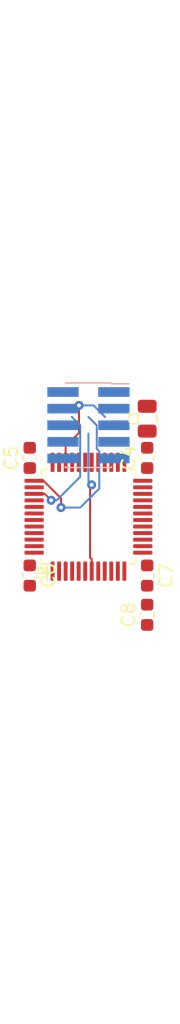
<source format=kicad_pcb>
(kicad_pcb (version 20240108) (generator "pcbnew") (generator_version "8.0")
  (layers (0 "F.Cu" signal "Front") (31 "B.Cu" signal "Back") (34 "B.Paste" user) (35 "F.Paste" user) (36 "B.SilkS" user "B.Silkscreen") (37 "F.SilkS" user "F.Silkscreen") (38 "B.Mask" user) (39 "F.Mask" user) (44 "Edge.Cuts" user))
  (net 0 "")
  (net 1 "usb.gnd")
  (net 2 "reg.pwr_out")
  (net 3 "led.signal")
  (net 4 "mcu.ic.osc.xtal_out")
  (net 5 "mcu.reset_node")
  (net 6 "mcu.ic.osc.xtal_in")
  (net 7 "mcu.swd.tdi")
  (net 8 "mcu.swd_node.swdio")
  (net 9 "mcu.swd_node.swclk")
  (net 10 "mcu.swd.swo")
  (footprint "Capacitor_SMD:C_0603_1608Metric" (layer "F.Cu") (at 139.3745 47.09885 90)
    (property "Reference" "C8" (at 0 -1.43 90) (layer "F.SilkS"))
    (property "Value" "50V 1uF X5R ±10% 0603 Multilayer Ceramic Capacitors MLCC - SMD/SMT ROHS")
    (fp_line (start -0.14058 -0.51) (end 0.14058 -0.51) (stroke (width 0.12)) (layer "F.SilkS"))
    (fp_line (start -0.14058 0.51) (end 0.14058 0.51) (stroke (width 0.12)) (layer "F.SilkS"))
    (pad "1" smd roundrect (at -0.775 0 90) (size 0.9 0.95) (layers "F.Cu" "F.Paste" "F.Mask") (net 2 "reg.pwr_out"))
    (pad "2" smd roundrect (at 0.775 0 90) (size 0.9 0.95) (layers "F.Cu" "F.Paste" "F.Mask") (net 1 "usb.gnd"))
  )
  (footprint "Capacitor_SMD:C_0603_1608Metric" (layer "F.Cu") (at 130.3745 44.09885 -90)
    (property "Reference" "C6" (at 0 -1.43 90) (layer "F.SilkS"))
    (property "Value" "50V 100nF X7R ±10% 0603 Multilayer Ceramic Capacitors MLCC - SMD/SMT ROHS")
    (fp_line (start -0.14058 0.51) (end 0.14058 0.51) (stroke (width 0.12)) (layer "F.SilkS"))
    (fp_line (start -0.14058 -0.51) (end 0.14058 -0.51) (stroke (width 0.12)) (layer "F.SilkS"))
    (pad "1" smd roundrect (at -0.775 0 270) (size 0.9 0.95) (layers "F.Cu" "F.Paste" "F.Mask") (net 2 "reg.pwr_out"))
    (pad "2" smd roundrect (at 0.775 0 270) (size 0.9 0.95) (layers "F.Cu" "F.Paste" "F.Mask") (net 1 "usb.gnd"))
  )
  (footprint "Capacitor_SMD:C_0805_2012Metric" (layer "F.Cu") (at 139.3745 32.09885 90)
    (property "Reference" "C3" (at 0 -1 90) (layer "F.SilkS") (effects (font (size 0.7 0.5) (thickness 0.1))))
    (property "Value" "25V 4.7uF X5R ±10% 0805 Multilayer Ceramic Capacitors MLCC - SMD/SMT ROHS")
    (fp_line (start -0.261252 -0.735) (end 0.261252 -0.735) (stroke (width 0.12)) (layer "F.SilkS"))
    (fp_line (start -0.261252 0.735) (end 0.261252 0.735) (stroke (width 0.12)) (layer "F.SilkS"))
    (pad "1" smd roundrect (at -0.95 0 90) (size 1 1.45) (layers "F.Cu" "F.Paste" "F.Mask") (net 2 "reg.pwr_out"))
    (pad "2" smd roundrect (at 0.95 0 90) (size 1 1.45) (layers "F.Cu" "F.Paste" "F.Mask") (net 1 "usb.gnd"))
  )
  (footprint "Package_QFP:LQFP-48_7x7mm_P0.5mm" (layer "F.Cu") (at 134.8745 39.59885 90)
    (property "Reference" "U2" (at -4.25 -3.5 90) (layer "F.SilkS") (effects (font (size 0.7 0.5) (thickness 0.1))))
    (property "Value" "STM32F103xxT6")
    (fp_line (start 3.61 -3.61) (end 3.61 -3.16) (stroke (width 0.12)) (layer "F.SilkS"))
    (fp_line (start 3.16 -3.61) (end 3.61 -3.61) (stroke (width 0.12)) (layer "F.SilkS"))
    (fp_line (start -3.16 -3.61) (end -3.61 -3.61) (stroke (width 0.12)) (layer "F.SilkS"))
    (fp_line (start -3.61 -3.61) (end -3.61 -3.16) (stroke (width 0.12)) (layer "F.SilkS"))
    (fp_line (start -3.61 -3.16) (end -4.9 -3.16) (stroke (width 0.12)) (layer "F.SilkS"))
    (fp_line (start 3.61 3.61) (end 3.61 3.16) (stroke (width 0.12)) (layer "F.SilkS"))
    (fp_line (start 3.16 3.61) (end 3.61 3.61) (stroke (width 0.12)) (layer "F.SilkS"))
    (fp_line (start -3.16 3.61) (end -3.61 3.61) (stroke (width 0.12)) (layer "F.SilkS"))
    (fp_line (start -3.61 3.61) (end -3.61 3.16) (stroke (width 0.12)) (layer "F.SilkS"))
    (pad "1" smd roundrect (at -4.1625 -2.75 90) (size 1.475 0.3) (layers "F.Cu" "F.Paste" "F.Mask") (net 2 "reg.pwr_out"))
    (pad "2" smd roundrect (at -4.1625 -2.25 90) (size 1.475 0.3) (layers "F.Cu" "F.Paste" "F.Mask"))
    (pad "3" smd roundrect (at -4.1625 -1.75 90) (size 1.475 0.3) (layers "F.Cu" "F.Paste" "F.Mask"))
    (pad "4" smd roundrect (at -4.1625 -1.25 90) (size 1.475 0.3) (layers "F.Cu" "F.Paste" "F.Mask"))
    (pad "5" smd roundrect (at -4.1625 -0.75 90) (size 1.475 0.3) (layers "F.Cu" "F.Paste" "F.Mask") (net 6 "mcu.ic.osc.xtal_in"))
    (pad "6" smd roundrect (at -4.1625 -0.25 90) (size 1.475 0.3) (layers "F.Cu" "F.Paste" "F.Mask") (net 4 "mcu.ic.osc.xtal_out"))
    (pad "7" smd roundrect (at -4.1625 0.25 90) (size 1.475 0.3) (layers "F.Cu" "F.Paste" "F.Mask") (net 5 "mcu.reset_node"))
    (pad "8" smd roundrect (at -4.1625 0.75 90) (size 1.475 0.3) (layers "F.Cu" "F.Paste" "F.Mask") (net 1 "usb.gnd"))
    (pad "9" smd roundrect (at -4.1625 1.25 90) (size 1.475 0.3) (layers "F.Cu" "F.Paste" "F.Mask") (net 2 "reg.pwr_out"))
    (pad "10" smd roundrect (at -4.1625 1.75 90) (size 1.475 0.3) (layers "F.Cu" "F.Paste" "F.Mask") (net 3 "led.signal"))
    (pad "11" smd roundrect (at -4.1625 2.25 90) (size 1.475 0.3) (layers "F.Cu" "F.Paste" "F.Mask"))
    (pad "12" smd roundrect (at -4.1625 2.75 90) (size 1.475 0.3) (layers "F.Cu" "F.Paste" "F.Mask"))
    (pad "13" smd roundrect (at -2.75 4.1625 90) (size 0.3 1.475) (layers "F.Cu" "F.Paste" "F.Mask"))
    (pad "14" smd roundrect (at -2.25 4.1625 90) (size 0.3 1.475) (layers "F.Cu" "F.Paste" "F.Mask"))
    (pad "15" smd roundrect (at -1.75 4.1625 90) (size 0.3 1.475) (layers "F.Cu" "F.Paste" "F.Mask"))
    (pad "16" smd roundrect (at -1.25 4.1625 90) (size 0.3 1.475) (layers "F.Cu" "F.Paste" "F.Mask"))
    (pad "17" smd roundrect (at -0.75 4.1625 90) (size 0.3 1.475) (layers "F.Cu" "F.Paste" "F.Mask"))
    (pad "18" smd roundrect (at -0.25 4.1625 90) (size 0.3 1.475) (layers "F.Cu" "F.Paste" "F.Mask"))
    (pad "19" smd roundrect (at 0.25 4.1625 90) (size 0.3 1.475) (layers "F.Cu" "F.Paste" "F.Mask"))
    (pad "20" smd roundrect (at 0.75 4.1625 90) (size 0.3 1.475) (layers "F.Cu" "F.Paste" "F.Mask"))
    (pad "21" smd roundrect (at 1.25 4.1625 90) (size 0.3 1.475) (layers "F.Cu" "F.Paste" "F.Mask"))
    (pad "22" smd roundrect (at 1.75 4.1625 90) (size 0.3 1.475) (layers "F.Cu" "F.Paste" "F.Mask"))
    (pad "23" smd roundrect (at 2.25 4.1625 90) (size 0.3 1.475) (layers "F.Cu" "F.Paste" "F.Mask") (net 1 "usb.gnd"))
    (pad "24" smd roundrect (at 2.75 4.1625 90) (size 0.3 1.475) (layers "F.Cu" "F.Paste" "F.Mask") (net 2 "reg.pwr_out"))
    (pad "25" smd roundrect (at 4.1625 2.75 90) (size 1.475 0.3) (layers "F.Cu" "F.Paste" "F.Mask"))
    (pad "26" smd roundrect (at 4.1625 2.25 90) (size 1.475 0.3) (layers "F.Cu" "F.Paste" "F.Mask"))
    (pad "27" smd roundrect (at 4.1625 1.75 90) (size 1.475 0.3) (layers "F.Cu" "F.Paste" "F.Mask"))
    (pad "28" smd roundrect (at 4.1625 1.25 90) (size 1.475 0.3) (layers "F.Cu" "F.Paste" "F.Mask"))
    (pad "29" smd roundrect (at 4.1625 0.75 90) (size 1.475 0.3) (layers "F.Cu" "F.Paste" "F.Mask"))
    (pad "30" smd roundrect (at 4.1625 0.25 90) (size 1.475 0.3) (layers "F.Cu" "F.Paste" "F.Mask"))
    (pad "31" smd roundrect (at 4.1625 -0.25 90) (size 1.475 0.3) (layers "F.Cu" "F.Paste" "F.Mask"))
    (pad "32" smd roundrect (at 4.1625 -0.75 90) (size 1.475 0.3) (layers "F.Cu" "F.Paste" "F.Mask"))
    (pad "33" smd roundrect (at 4.1625 -1.25 90) (size 1.475 0.3) (layers "F.Cu" "F.Paste" "F.Mask"))
    (pad "34" smd roundrect (at 4.1625 -1.75 90) (size 1.475 0.3) (layers "F.Cu" "F.Paste" "F.Mask") (net 8 "mcu.swd_node.swdio"))
    (pad "35" smd roundrect (at 4.1625 -2.25 90) (size 1.475 0.3) (layers "F.Cu" "F.Paste" "F.Mask") (net 1 "usb.gnd"))
    (pad "36" smd roundrect (at 4.1625 -2.75 90) (size 1.475 0.3) (layers "F.Cu" "F.Paste" "F.Mask") (net 2 "reg.pwr_out"))
    (pad "37" smd roundrect (at 2.75 -4.1625 90) (size 0.3 1.475) (layers "F.Cu" "F.Paste" "F.Mask") (net 9 "mcu.swd_node.swclk"))
    (pad "38" smd roundrect (at 2.25 -4.1625 90) (size 0.3 1.475) (layers "F.Cu" "F.Paste" "F.Mask"))
    (pad "39" smd roundrect (at 1.75 -4.1625 90) (size 0.3 1.475) (layers "F.Cu" "F.Paste" "F.Mask"))
    (pad "40" smd roundrect (at 1.25 -4.1625 90) (size 0.3 1.475) (layers "F.Cu" "F.Paste" "F.Mask"))
    (pad "41" smd roundrect (at 0.75 -4.1625 90) (size 0.3 1.475) (layers "F.Cu" "F.Paste" "F.Mask"))
    (pad "42" smd roundrect (at 0.25 -4.1625 90) (size 0.3 1.475) (layers "F.Cu" "F.Paste" "F.Mask"))
    (pad "43" smd roundrect (at -0.25 -4.1625 90) (size 0.3 1.475) (layers "F.Cu" "F.Paste" "F.Mask"))
    (pad "44" smd roundrect (at -0.75 -4.1625 90) (size 0.3 1.475) (layers "F.Cu" "F.Paste" "F.Mask") (net 1 "usb.gnd"))
    (pad "45" smd roundrect (at -1.25 -4.1625 90) (size 0.3 1.475) (layers "F.Cu" "F.Paste" "F.Mask"))
    (pad "46" smd roundrect (at -1.75 -4.1625 90) (size 0.3 1.475) (layers "F.Cu" "F.Paste" "F.Mask"))
    (pad "47" smd roundrect (at -2.25 -4.1625 90) (size 0.3 1.475) (layers "F.Cu" "F.Paste" "F.Mask") (net 1 "usb.gnd"))
    (pad "48" smd roundrect (at -2.75 -4.1625 90) (size 0.3 1.475) (layers "F.Cu" "F.Paste" "F.Mask") (net 2 "reg.pwr_out"))
  )
  (footprint "Capacitor_SMD:C_0603_1608Metric" (layer "F.Cu") (at 130.3745 35.09885 90)
    (property "Reference" "C5" (at 0 -1.43 90) (layer "F.SilkS"))
    (property "Value" "50V 100nF X7R ±10% 0603 Multilayer Ceramic Capacitors MLCC - SMD/SMT ROHS")
    (fp_line (start -0.14058 -0.51) (end 0.14058 -0.51) (stroke (width 0.12)) (layer "F.SilkS"))
    (fp_line (start -0.14058 0.51) (end 0.14058 0.51) (stroke (width 0.12)) (layer "F.SilkS"))
    (pad "1" smd roundrect (at -0.775 0 90) (size 0.9 0.95) (layers "F.Cu" "F.Paste" "F.Mask") (net 2 "reg.pwr_out"))
    (pad "2" smd roundrect (at 0.775 0 90) (size 0.9 0.95) (layers "F.Cu" "F.Paste" "F.Mask") (net 1 "usb.gnd"))
  )
  (footprint "Capacitor_SMD:C_0603_1608Metric" (layer "F.Cu") (at 139.3745 44.09885 -90)
    (property "Reference" "C7" (at 0 -1.43 90) (layer "F.SilkS"))
    (property "Value" "50V 10nF X7R ±10% 0603 Multilayer Ceramic Capacitors MLCC - SMD/SMT ROHS")
    (fp_line (start -0.14058 0.51) (end 0.14058 0.51) (stroke (width 0.12)) (layer "F.SilkS"))
    (fp_line (start -0.14058 -0.51) (end 0.14058 -0.51) (stroke (width 0.12)) (layer "F.SilkS"))
    (pad "1" smd roundrect (at -0.775 0 270) (size 0.9 0.95) (layers "F.Cu" "F.Paste" "F.Mask") (net 2 "reg.pwr_out"))
    (pad "2" smd roundrect (at 0.775 0 270) (size 0.9 0.95) (layers "F.Cu" "F.Paste" "F.Mask") (net 1 "usb.gnd"))
  )
  (footprint "Capacitor_SMD:C_0603_1608Metric" (layer "F.Cu") (at 139.3745 35.09885 90)
    (property "Reference" "C4" (at 0 -1.43 90) (layer "F.SilkS"))
    (property "Value" "50V 100nF X7R ±10% 0603 Multilayer Ceramic Capacitors MLCC - SMD/SMT ROHS")
    (fp_line (start -0.14058 -0.51) (end 0.14058 -0.51) (stroke (width 0.12)) (layer "F.SilkS"))
    (fp_line (start -0.14058 0.51) (end 0.14058 0.51) (stroke (width 0.12)) (layer "F.SilkS"))
    (pad "1" smd roundrect (at -0.775 0 90) (size 0.9 0.95) (layers "F.Cu" "F.Paste" "F.Mask") (net 2 "reg.pwr_out"))
    (pad "2" smd roundrect (at 0.775 0 90) (size 0.9 0.95) (layers "F.Cu" "F.Paste" "F.Mask") (net 1 "usb.gnd"))
  )
  (footprint "Connector_PinHeader_1.27mm:PinHeader_2x05_P1.27mm_Vertical_SMD" (layer "B.Cu") (at 134.8745 32.59885 180)
    (property "Reference" "J2" (hide yes))
    (property "Value" "PinHeader1.27 Shrouded 2x5")
    (fp_line (start 1.765 3.235) (end -1.765 3.235) (stroke (width 0.12)) (layer "B.SilkS"))
    (fp_line (start 1.765 3.17) (end 1.765 3.235) (stroke (width 0.12)) (layer "B.SilkS"))
    (fp_line (start 1.765 -3.235) (end 1.765 -3.17) (stroke (width 0.12)) (layer "B.SilkS"))
    (fp_line (start 1.765 -3.235) (end -1.765 -3.235) (stroke (width 0.12)) (layer "B.SilkS"))
    (fp_line (start -1.765 3.17) (end -1.765 3.235) (stroke (width 0.12)) (layer "B.SilkS"))
    (fp_line (start -1.765 3.17) (end -3.09 3.17) (stroke (width 0.12)) (layer "B.SilkS"))
    (fp_line (start -1.765 -3.235) (end -1.765 -3.17) (stroke (width 0.12)) (layer "B.SilkS"))
    (pad "1" smd rect (at -1.95 2.54 180) (size 2.4 0.74) (layers "B.Cu" "B.Paste" "B.Mask") (net 2 "reg.pwr_out"))
    (pad "2" smd rect (at 1.95 2.54 180) (size 2.4 0.74) (layers "B.Cu" "B.Paste" "B.Mask") (net 8 "mcu.swd_node.swdio"))
    (pad "3" smd rect (at -1.95 1.27 180) (size 2.4 0.74) (layers "B.Cu" "B.Paste" "B.Mask") (net 1 "usb.gnd"))
    (pad "4" smd rect (at 1.95 1.27 180) (size 2.4 0.74) (layers "B.Cu" "B.Paste" "B.Mask") (net 9 "mcu.swd_node.swclk"))
    (pad "5" smd rect (at -1.95 0 180) (size 2.4 0.74) (layers "B.Cu" "B.Paste" "B.Mask") (net 1 "usb.gnd"))
    (pad "6" smd rect (at 1.95 0 180) (size 2.4 0.74) (layers "B.Cu" "B.Paste" "B.Mask") (net 10 "mcu.swd.swo"))
    (pad "7" smd rect (at -1.95 -1.27 180) (size 2.4 0.74) (layers "B.Cu" "B.Paste" "B.Mask"))
    (pad "8" smd rect (at 1.95 -1.27 180) (size 2.4 0.74) (layers "B.Cu" "B.Paste" "B.Mask") (net 7 "mcu.swd.tdi"))
    (pad "9" smd rect (at -1.95 -2.54 180) (size 2.4 0.74) (layers "B.Cu" "B.Paste" "B.Mask") (net 1 "usb.gnd"))
    (pad "10" smd rect (at 1.95 -2.54 180) (size 2.4 0.74) (layers "B.Cu" "B.Paste" "B.Mask") (net 5 "mcu.reset_node"))
  )
  (segment (start 135.1245 42.84885) (end 135.1245 43.76135) (width 0.15) (layer "F.Cu") (net 5))
  (segment (start 135 42.72435) (end 135.1245 42.84885) (width 0.15) (layer "F.Cu") (net 5))
  (segment (start 135.1182 37.15745) (end 135 37.27565) (width 0.15) (layer "F.Cu") (net 5))
  (segment (start 135 37.27565) (end 135 42.72435) (width 0.15) (layer "F.Cu") (net 5))
  (via (at 135.1182 37.15745) (size 0.7) (drill 0.3) (layers "F.Cu" "B.Cu") (net 5))
  (segment (start 135.1182 37.15745) (end 134.8745 36.91375) (width 0.15) (layer "B.Cu") (net 5))
  (segment (start 134.8745 36.91375) (end 134.8745 33.23385) (width 0.15) (layer "B.Cu") (net 5))
  (segment (start 134.1513 31.08355) (end 134.1513 33.17615) (width 0.15) (layer "F.Cu") (net 8))
  (segment (start 134.1513 33.17615) (end 133.1245 34.20295) (width 0.15) (layer "F.Cu") (net 8))
  (segment (start 133.1245 34.20295) (end 133.1245 35.43635) (width 0.15) (layer "F.Cu") (net 8))
  (via (at 134.1513 31.08355) (size 0.7) (drill 0.3) (layers "F.Cu" "B.Cu") (net 8))
  (segment (start 136.1445 31.96385) (end 135.2642 31.08355) (width 0.15) (layer "B.Cu") (net 8))
  (segment (start 135.2642 31.08355) (end 134.1513 31.08355) (width 0.15) (layer "B.Cu") (net 8))
  (segment (start 131.4295 36.84885) (end 132.7721 38.19145) (width 0.15) (layer "F.Cu") (net 9))
  (segment (start 130.712 36.84885) (end 131.4295 36.84885) (width 0.15) (layer "F.Cu") (net 9))
  (segment (start 132.7721 38.19145) (end 132.7721 38.89665) (width 0.15) (layer "F.Cu") (net 9))
  (via (at 132.7721 38.89665) (size 0.7) (drill 0.3) (layers "F.Cu" "B.Cu") (net 9))
  (segment (start 135.5095 32.59885) (end 135.5095 34.39895) (width 0.15) (layer "B.Cu") (net 9))
  (segment (start 135.7041 37.44405) (end 134.2515 38.89665) (width 0.15) (layer "B.Cu") (net 9))
  (segment (start 135.5095 34.39895) (end 135.7041 34.59355) (width 0.15) (layer "B.Cu") (net 9))
  (segment (start 134.8745 31.96385) (end 135.5095 32.59885) (width 0.15) (layer "B.Cu") (net 9))
  (segment (start 135.7041 34.59355) (end 135.7041 37.44405) (width 0.15) (layer "B.Cu") (net 9))
  (segment (start 134.2515 38.89665) (end 132.7721 38.89665) (width 0.15) (layer "B.Cu") (net 9))
  (segment (start 132.0161 38.33905) (end 131.5259 37.84885) (width 0.15) (layer "F.Cu") (net 10))
  (segment (start 131.5259 37.84885) (end 130.712 37.84885) (width 0.15) (layer "F.Cu") (net 10))
  (via (at 132.0161 38.33905) (size 0.7) (drill 0.3) (layers "F.Cu" "B.Cu") (net 10))
  (segment (start 134.2395 36.54855) (end 132.449 38.33905) (width 0.15) (layer "B.Cu") (net 10))
  (segment (start 134.2395 32.59885) (end 134.2395 36.54855) (width 0.15) (layer "B.Cu") (net 10))
  (segment (start 133.6045 31.96385) (end 134.2395 32.59885) (width 0.15) (layer "B.Cu") (net 10))
  (segment (start 132.449 38.33905) (end 132.0161 38.33905) (width 0.15) (layer "B.Cu") (net 10))
)
</source>
